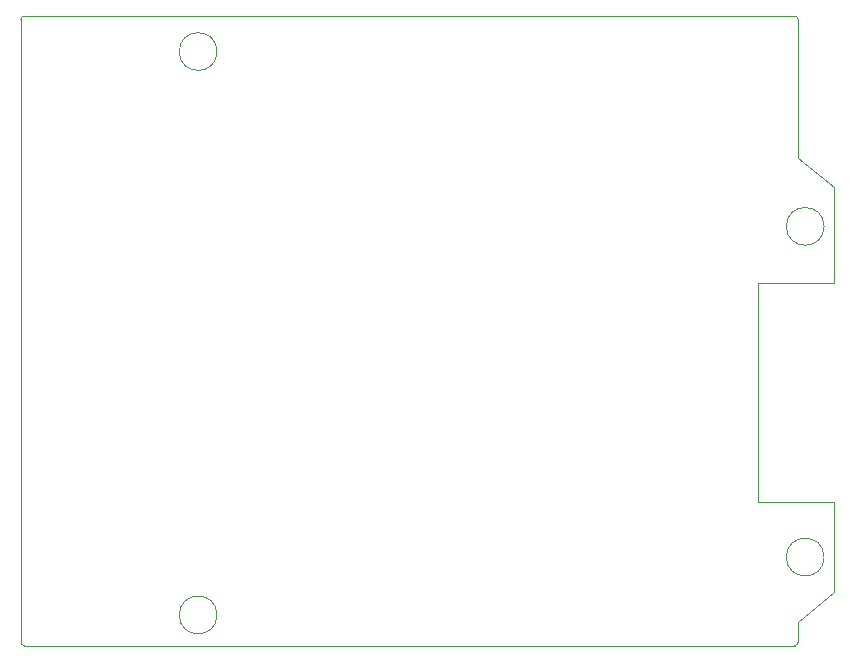
<source format=gbr>
%TF.GenerationSoftware,KiCad,Pcbnew,(6.0.9)*%
%TF.CreationDate,2023-07-14T01:44:04+02:00*%
%TF.ProjectId,Arduino_ESP,41726475-696e-46f5-9f45-53502e6b6963,rev?*%
%TF.SameCoordinates,Original*%
%TF.FileFunction,Profile,NP*%
%FSLAX46Y46*%
G04 Gerber Fmt 4.6, Leading zero omitted, Abs format (unit mm)*
G04 Created by KiCad (PCBNEW (6.0.9)) date 2023-07-14 01:44:04*
%MOMM*%
%LPD*%
G01*
G04 APERTURE LIST*
%TA.AperFunction,Profile*%
%ADD10C,0.100000*%
%TD*%
G04 APERTURE END LIST*
D10*
X183300000Y-113600000D02*
G75*
G03*
X183600000Y-113300000I0J300000D01*
G01*
X183600000Y-60600000D02*
X183600000Y-72300000D01*
X183600000Y-113300000D02*
X183600000Y-111600000D01*
X185800000Y-106100000D02*
G75*
G03*
X185800000Y-106100000I-1600000J0D01*
G01*
X117800000Y-113300000D02*
G75*
G03*
X118100000Y-113600000I300000J0D01*
G01*
X186600000Y-82900000D02*
X186600000Y-74800000D01*
X134400000Y-63300000D02*
G75*
G03*
X134400000Y-63300000I-1600000J0D01*
G01*
X186600000Y-101400000D02*
X186600000Y-109100000D01*
X183300000Y-60300000D02*
X118100000Y-60300000D01*
X185800000Y-78100000D02*
G75*
G03*
X185800000Y-78100000I-1600000J0D01*
G01*
X186600000Y-109100000D02*
X183600000Y-111600000D01*
X118100000Y-113600000D02*
X183300000Y-113600000D01*
X118100000Y-60300000D02*
G75*
G03*
X117800000Y-60600000I0J-300000D01*
G01*
X134400000Y-111000000D02*
G75*
G03*
X134400000Y-111000000I-1600000J0D01*
G01*
X186600000Y-74800000D02*
X183600000Y-72300000D01*
X180200000Y-101400000D02*
X186600000Y-101400000D01*
X186600000Y-82900000D02*
X180200000Y-82900000D01*
X183600000Y-60600000D02*
G75*
G03*
X183300000Y-60300000I-300000J0D01*
G01*
X180200000Y-82900000D02*
X180200000Y-101400000D01*
X117800000Y-60600000D02*
X117800000Y-113300000D01*
M02*

</source>
